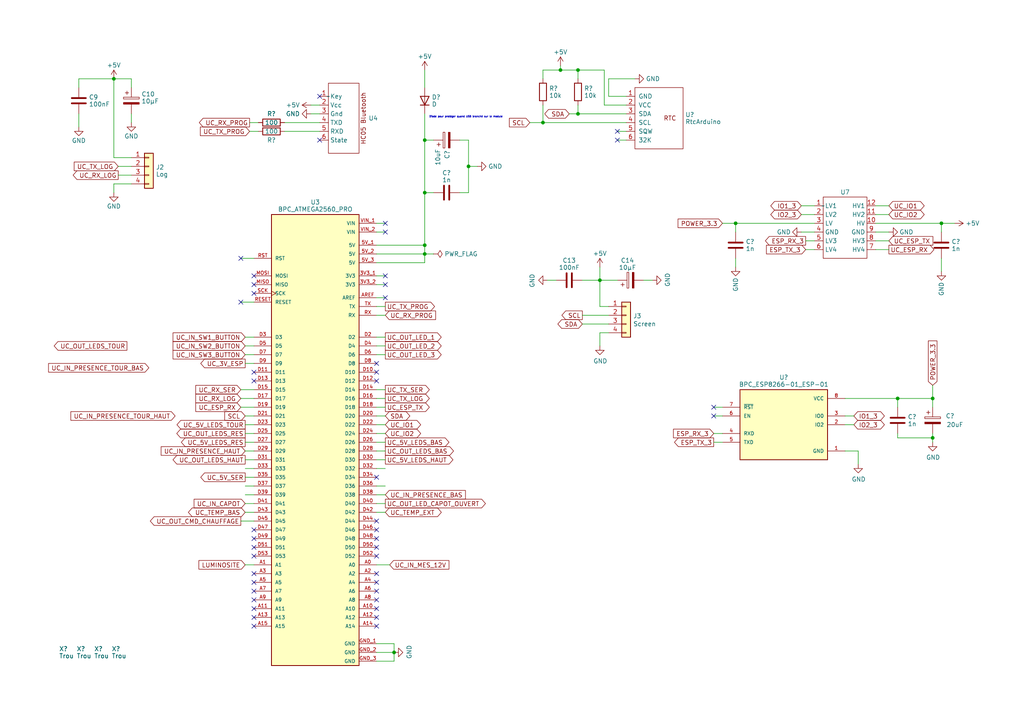
<source format=kicad_sch>
(kicad_sch (version 20230121) (generator eeschema)
  (paper "A4")
  (title_block (title "Cabane à Minou") (rev "B0") (company "BPC") (comment 1 "2 capteurs de température / 3 entrées détecteur de mouvement") (comment 2 "Wifi / Luminosité / RTC") (comment 3 "4 sorties Strip LEDs (Avec Alim. 5V pilotable)") (comment 4 "Alimentation 12V / 1 sortie 12V commutable"))
  (lib_symbols
    (symbol "Connector_Generic:Conn_01x04" (pin_names (offset 1.016) hide)
      (property "Reference" "J" (at 0 5.08 0))
      (property "Value" "Conn_01x04" (at 0 -7.62 0))
      (symbol "Conn_01x04_1_1"
        (rectangle (start -1.27 -4.953) (end 0 -5.207) (stroke (width 0.1524)))
        (rectangle (start -1.27 -2.413) (end 0 -2.667) (stroke (width 0.1524)))
        (rectangle (start -1.27 0.127) (end 0 -0.127) (stroke (width 0.1524)))
        (rectangle (start -1.27 2.667) (end 0 2.413) (stroke (width 0.1524)))
        (rectangle (start -1.27 3.81) (end 1.27 -6.35) (stroke (width 0.254)) (fill (type background)))
        (pin passive line (at -5.08 2.54 0) (length 3.81) (name "Pin_1") (number "1"))
        (pin passive line (at -5.08 0 0) (length 3.81) (name "Pin_2") (number "2"))
        (pin passive line (at -5.08 -2.54 0) (length 3.81) (name "Pin_3") (number "3"))
        (pin passive line (at -5.08 -5.08 0) (length 3.81) (name "Pin_4") (number "4"))
      )
    )
    (symbol "Device:C" (pin_numbers hide) (pin_names (offset 0.254))
      (property "Reference" "C" (at 0.635 2.54 0))
      (property "Value" "C" (at 0.635 -2.54 0))
      (symbol "C_0_1"
        (polyline (pts (xy -2.032 -0.762) (xy 2.032 -0.762)) (stroke (width 0.508)))
        (polyline (pts (xy -2.032 0.762) (xy 2.032 0.762)) (stroke (width 0.508)))
      )
      (symbol "C_1_1"
        (pin passive line (at 0 3.81 270) (length 2.794) (name "~") (number "1"))
        (pin passive line (at 0 -3.81 90) (length 2.794) (name "~") (number "2"))
      )
    )
    (symbol "Device:C_Polarized" (pin_numbers hide) (pin_names (offset 0.254))
      (property "Reference" "C" (at 0.635 2.54 0))
      (property "Value" "C_Polarized" (at 0.635 -2.54 0))
      (symbol "C_Polarized_0_1"
        (rectangle (start -2.286 0.508) (end 2.286 1.016))
        (polyline (pts (xy -1.778 2.286) (xy -0.762 2.286)))
        (polyline (pts (xy -1.27 2.794) (xy -1.27 1.778)))
        (rectangle (start 2.286 -0.508) (end -2.286 -1.016) (fill (type outline)))
      )
      (symbol "C_Polarized_1_1"
        (pin passive line (at 0 3.81 270) (length 2.794) (name "~") (number "1"))
        (pin passive line (at 0 -3.81 90) (length 2.794) (name "~") (number "2"))
      )
    )
    (symbol "Device:D" (pin_numbers hide) (pin_names (offset 1.016) hide)
      (property "Reference" "D" (at 0 2.54 0))
      (property "Value" "D" (at 0 -2.54 0))
      (symbol "D_0_1"
        (polyline (pts (xy -1.27 1.27) (xy -1.27 -1.27)) (stroke (width 0.254)))
        (polyline (pts (xy 1.27 0) (xy -1.27 0)))
        (polyline (pts (xy 1.27 1.27) (xy 1.27 -1.27) (xy -1.27 0) (xy 1.27 1.27)) (stroke (width 0.254)))
      )
      (symbol "D_1_1"
        (pin passive line (at -3.81 0 0) (length 2.54) (name "K") (number "1"))
        (pin passive line (at 3.81 0 180) (length 2.54) (name "A") (number "2"))
      )
    )
    (symbol "Device:R" (pin_numbers hide) (pin_names (offset 0))
      (property "Reference" "R" (at 2.032 0 90))
      (property "Value" "R" (at 0 0 90))
      (symbol "R_0_1"
        (rectangle (start -1.016 -2.54) (end 1.016 2.54) (stroke (width 0.254)))
      )
      (symbol "R_1_1"
        (pin passive line (at 0 3.81 270) (length 1.27) (name "~") (number "1"))
        (pin passive line (at 0 -3.81 90) (length 1.27) (name "~") (number "2"))
      )
    )
    (symbol "bpc:BPC_ATMEGA2560_PRO" (pin_names (offset 1.016))
      (property "Reference" "U" (at -12.7 63.5 0))
      (property "Value" "BPC_ATMEGA2560_PRO" (at -12.7 -69.85 0))
      (symbol "BPC_ATMEGA2560_PRO_0_0"
        (rectangle (start -12.7 63.5) (end 12.7 -67.31) (stroke (width 0.254)) (fill (type background)))
        (pin power_in line (at 17.78 45.72 180) (length 5.08) (name "3V3") (number "3V3_1"))
        (pin power_in line (at 17.78 43.18 180) (length 5.08) (name "3V3") (number "3V3_2"))
        (pin power_in line (at 17.78 54.61 180) (length 5.08) (name "5V") (number "5V_1"))
        (pin power_in line (at 17.78 52.07 180) (length 5.08) (name "5V") (number "5V_2"))
        (pin power_in line (at 17.78 49.53 180) (length 5.08) (name "5V") (number "5V_3"))
        (pin bidirectional line (at 17.78 -38.1 180) (length 5.08) (name "A0") (number "A0"))
        (pin bidirectional line (at -17.78 -38.1 0) (length 5.08) (name "A1") (number "A1"))
        (pin bidirectional line (at 17.78 -50.8 180) (length 5.08) (name "A10") (number "A10"))
        (pin bidirectional line (at -17.78 -50.8 0) (length 5.08) (name "A11") (number "A11"))
        (pin bidirectional line (at 17.78 -53.34 180) (length 5.08) (name "A12") (number "A12"))
        (pin bidirectional line (at -17.78 -53.34 0) (length 5.08) (name "A13") (number "A13"))
        (pin bidirectional line (at 17.78 -55.88 180) (length 5.08) (name "A14") (number "A14"))
        (pin bidirectional line (at -17.78 -55.88 0) (length 5.08) (name "A15") (number "A15"))
        (pin bidirectional line (at 17.78 -40.64 180) (length 5.08) (name "A2") (number "A2"))
        (pin bidirectional line (at -17.78 -40.64 0) (length 5.08) (name "A3") (number "A3"))
        (pin bidirectional line (at 17.78 -43.18 180) (length 5.08) (name "A4") (number "A4"))
        (pin bidirectional line (at -17.78 -43.18 0) (length 5.08) (name "A5") (number "A5"))
        (pin bidirectional line (at 17.78 -45.72 180) (length 5.08) (name "A6") (number "A6"))
        (pin bidirectional line (at -17.78 -45.72 0) (length 5.08) (name "A7") (number "A7"))
        (pin bidirectional line (at 17.78 -48.26 180) (length 5.08) (name "A8") (number "A8"))
        (pin bidirectional line (at -17.78 -48.26 0) (length 5.08) (name "A9") (number "A9"))
        (pin bidirectional line (at 17.78 39.37 180) (length 5.08) (name "AREF") (number "AREF"))
        (pin bidirectional line (at 17.78 17.78 180) (length 5.08) (name "D10") (number "D10"))
        (pin bidirectional line (at -17.78 17.78 0) (length 5.08) (name "D11") (number "D11"))
        (pin bidirectional line (at 17.78 15.24 180) (length 5.08) (name "D12") (number "D12"))
        (pin bidirectional line (at -17.78 15.24 0) (length 5.08) (name "D13") (number "D13"))
        (pin bidirectional line (at 17.78 12.7 180) (length 5.08) (name "D14") (number "D14"))
        (pin bidirectional line (at -17.78 12.7 0) (length 5.08) (name "D15") (number "D15"))
        (pin bidirectional line (at 17.78 10.16 180) (length 5.08) (name "D16") (number "D16"))
        (pin bidirectional line (at -17.78 10.16 0) (length 5.08) (name "D17") (number "D17"))
        (pin bidirectional line (at 17.78 7.62 180) (length 5.08) (name "D18") (number "D18"))
        (pin bidirectional line (at -17.78 7.62 0) (length 5.08) (name "D19") (number "D19"))
        (pin bidirectional line (at 17.78 27.94 180) (length 5.08) (name "D2") (number "D2"))
        (pin bidirectional line (at 17.78 5.08 180) (length 5.08) (name "D20") (number "D20"))
        (pin bidirectional line (at -17.78 5.08 0) (length 5.08) (name "D21") (number "D21"))
        (pin bidirectional line (at 17.78 2.54 180) (length 5.08) (name "D22") (number "D22"))
        (pin bidirectional line (at -17.78 2.54 0) (length 5.08) (name "D23") (number "D23"))
        (pin bidirectional line (at 17.78 0 180) (length 5.08) (name "D24") (number "D24"))
        (pin bidirectional line (at -17.78 0 0) (length 5.08) (name "D25") (number "D25"))
        (pin bidirectional line (at 17.78 -2.54 180) (length 5.08) (name "D26") (number "D26"))
        (pin bidirectional line (at -17.78 -2.54 0) (length 5.08) (name "D27") (number "D27"))
        (pin bidirectional line (at 17.78 -5.08 180) (length 5.08) (name "D28") (number "D28"))
        (pin bidirectional line (at -17.78 -5.08 0) (length 5.08) (name "D29") (number "D29"))
        (pin bidirectional line (at -17.78 27.94 0) (length 5.08) (name "D3") (number "D3"))
        (pin bidirectional line (at 17.78 -7.62 180) (length 5.08) (name "D30") (number "D30"))
        (pin bidirectional line (at -17.78 -7.62 0) (length 5.08) (name "D31") (number "D31"))
        (pin bidirectional line (at 17.78 -10.16 180) (length 5.08) (name "D32") (number "D32"))
        (pin bidirectional line (at -17.78 -10.16 0) (length 5.08) (name "D33") (number "D33"))
        (pin bidirectional line (at 17.78 -12.7 180) (length 5.08) (name "D34") (number "D34"))
        (pin bidirectional line (at -17.78 -12.7 0) (length 5.08) (name "D35") (number "D35"))
        (pin bidirectional line (at 17.78 -15.24 180) (length 5.08) (name "D36") (number "D36"))
        (pin bidirectional line (at -17.78 -15.24 0) (length 5.08) (name "D37") (number "D37"))
        (pin bidirectional line (at 17.78 -17.78 180) (length 5.08) (name "D38") (number "D38"))
        (pin bidirectional line (at -17.78 -17.78 0) (length 5.08) (name "D39") (number "D39"))
        (pin bidirectional line (at 17.78 25.4 180) (length 5.08) (name "D4") (number "D4"))
        (pin bidirectional line (at 17.78 -20.32 180) (length 5.08) (name "D40") (number "D40"))
        (pin bidirectional line (at -17.78 -20.32 0) (length 5.08) (name "D41") (number "D41"))
        (pin bidirectional line (at 17.78 -22.86 180) (length 5.08) (name "D42") (number "D42"))
        (pin bidirectional line (at -17.78 -22.86 0) (length 5.08) (name "D43") (number "D43"))
        (pin bidirectional line (at 17.78 -25.4 180) (length 5.08) (name "D44") (number "D44"))
        (pin bidirectional line (at -17.78 -25.4 0) (length 5.08) (name "D45") (number "D45"))
        (pin bidirectional line (at 17.78 -27.94 180) (length 5.08) (name "D46") (number "D46"))
        (pin bidirectional line (at -17.78 -27.94 0) (length 5.08) (name "D47") (number "D47"))
        (pin bidirectional line (at 17.78 -30.48 180) (length 5.08) (name "D48") (number "D48"))
        (pin bidirectional line (at -17.78 -30.48 0) (length 5.08) (name "D49") (number "D49"))
        (pin bidirectional line (at -17.78 25.4 0) (length 5.08) (name "D5") (number "D5"))
        (pin bidirectional line (at 17.78 -33.02 180) (length 5.08) (name "D50") (number "D50"))
        (pin bidirectional line (at -17.78 -33.02 0) (length 5.08) (name "D51") (number "D51"))
        (pin bidirectional line (at 17.78 -35.56 180) (length 5.08) (name "D52") (number "D52"))
        (pin bidirectional line (at -17.78 -35.56 0) (length 5.08) (name "D53") (number "D53"))
        (pin bidirectional line (at 17.78 22.86 180) (length 5.08) (name "D6") (number "D6"))
        (pin bidirectional line (at -17.78 22.86 0) (length 5.08) (name "D7") (number "D7"))
        (pin bidirectional line (at 17.78 20.32 180) (length 5.08) (name "D8") (number "D8"))
        (pin bidirectional line (at -17.78 20.32 0) (length 5.08) (name "D9") (number "D9"))
        (pin power_in line (at 17.78 -60.96 180) (length 5.08) (name "GND") (number "GND_1"))
        (pin power_in line (at 17.78 -63.5 180) (length 5.08) (name "GND") (number "GND_2"))
        (pin power_in line (at 17.78 -66.04 180) (length 5.08) (name "GND") (number "GND_3"))
        (pin bidirectional line (at -17.78 43.18 0) (length 5.08) (name "MISO") (number "MISO"))
        (pin bidirectional line (at -17.78 45.72 0) (length 5.08) (name "MOSI") (number "MOSI"))
        (pin input line (at -17.78 38.1 0) (length 5.08) (name "RESET") (number "RESET"))
        (pin input line (at -17.78 50.8 0) (length 5.08) (name "RST") (number "RST"))
        (pin input line (at 17.78 34.29 180) (length 5.08) (name "RX") (number "RX"))
        (pin bidirectional clock (at -17.78 40.64 0) (length 5.08) (name "SCK") (number "SCK"))
        (pin output line (at 17.78 36.83 180) (length 5.08) (name "TX") (number "TX"))
        (pin power_in line (at 17.78 60.96 180) (length 5.08) (name "VIN") (number "VIN_1"))
        (pin power_in line (at 17.78 58.42 180) (length 5.08) (name "VIN") (number "VIN_2"))
      )
    )
    (symbol "bpc:BPC_ESP8266-01_ESP-01" (pin_names (offset 1.016))
      (property "Reference" "U" (at -12.7 10.668 0))
      (property "Value" "BPC_ESP8266-01_ESP-01" (at -12.7254 -12.7254 0))
      (symbol "BPC_ESP8266-01_ESP-01_0_0"
        (rectangle (start -12.7 -10.16) (end 12.7 10.16) (stroke (width 0.254)) (fill (type background)))
        (pin power_in line (at 17.78 -7.62 180) (length 5.08) (name "GND") (number "1"))
        (pin bidirectional line (at 17.78 0 180) (length 5.08) (name "IO2") (number "2"))
        (pin bidirectional line (at 17.78 2.54 180) (length 5.08) (name "IO0") (number "3"))
        (pin input line (at -17.78 -2.54 0) (length 5.08) (name "RXD") (number "4"))
        (pin output line (at -17.78 -5.08 0) (length 5.08) (name "TXD") (number "5"))
        (pin input line (at -17.78 2.54 0) (length 5.08) (name "EN") (number "6"))
        (pin input line (at -17.78 5.08 0) (length 5.08) (name "~{RST}") (number "7"))
        (pin power_in line (at 17.78 7.62 180) (length 5.08) (name "VCC") (number "8"))
      )
    )
    (symbol "bpc:BPC_HC05_BLUETOOTH"
      (property "Reference" "U" (at 2.54 5.08 0))
      (symbol "BPC_HC05_BLUETOOTH_0_1"
        (rectangle (start 0 3.81) (end 8.89 -16.51))
      )
      (symbol "BPC_HC05_BLUETOOTH_1_1"
        (text "HC05 Bluetooth" (at 10.16 -6.35 900) (effects (font (size 1.27 1.27))))
        (pin input line (at -2.54 0 0) (length 2.54) (name "Key") (number "1"))
        (pin power_in line (at -2.54 -2.54 0) (length 2.54) (name "Vcc") (number "2"))
        (pin power_in line (at -2.54 -5.08 0) (length 2.54) (name "Gnd") (number "3"))
        (pin output line (at -2.54 -7.62 0) (length 2.54) (name "TXD") (number "4"))
        (pin input line (at -2.54 -10.16 0) (length 2.54) (name "RXD") (number "5"))
        (pin output line (at -2.54 -12.7 0) (length 2.54) (name "State") (number "6"))
      )
    )
    (symbol "bpc:BPC_LVLCONV_5_33"
      (property "Reference" "U" (at 1.27 3.81 0))
      (symbol "BPC_LVLCONV_5_33_0_1"
        (rectangle (start 0 2.54) (end 12.7 -15.24))
      )
      (symbol "BPC_LVLCONV_5_33_1_1"
        (pin bidirectional line (at -2.54 0 0) (length 2.54) (name "LV1") (number "1"))
        (pin bidirectional line (at 15.24 -5.08 180) (length 2.54) (name "HV") (number "10"))
        (pin bidirectional line (at 15.24 -2.54 180) (length 2.54) (name "HV2") (number "11"))
        (pin bidirectional line (at 15.24 0 180) (length 2.54) (name "HV1") (number "12"))
        (pin bidirectional line (at -2.54 -2.54 0) (length 2.54) (name "LV2") (number "2"))
        (pin bidirectional line (at -2.54 -5.08 0) (length 2.54) (name "LV") (number "3"))
        (pin bidirectional line (at -2.54 -7.62 0) (length 2.54) (name "GND") (number "4"))
        (pin bidirectional line (at -2.54 -10.16 0) (length 2.54) (name "LV3") (number "5"))
        (pin bidirectional line (at -2.54 -12.7 0) (length 2.54) (name "LV4") (number "6"))
        (pin bidirectional line (at 15.24 -12.7 180) (length 2.54) (name "HV4") (number "7"))
        (pin bidirectional line (at 15.24 -10.16 180) (length 2.54) (name "HV3") (number "8"))
        (pin bidirectional line (at 15.24 -7.62 180) (length 2.54) (name "GND") (number "9"))
      )
    )
    (symbol "bpc:BPC_TROU"
      (property "Reference" "X" (at 0 0 0))
      (property "Value" "Trou" (at 0 -1.27 0))
    )
    (symbol "bpc:RtcArduino" (pin_names (offset 1.016))
      (property "Reference" "U" (at 1.27 3.81 0))
      (property "Value" "RtcArduino" (at 5.08 1.27 0))
      (symbol "RtcArduino_0_0"
        (text "RTC" (at 10.16 -8.89 0) (effects (font (size 1.27 1.27))))
      )
      (symbol "RtcArduino_0_1"
        (rectangle (start 0 -17.78) (end 13.97 0))
      )
      (symbol "RtcArduino_1_1"
        (pin power_in line (at -2.54 -2.54 0) (length 2.54) (name "GND") (number "1"))
        (pin power_in line (at -2.54 -5.08 0) (length 2.54) (name "VCC") (number "2"))
        (pin bidirectional line (at -2.54 -7.62 0) (length 2.54) (name "SDA") (number "3"))
        (pin input line (at -2.54 -10.16 0) (length 2.54) (name "SCL") (number "4"))
        (pin unspecified line (at -2.54 -12.7 0) (length 2.54) (name "SQW") (number "5"))
        (pin unspecified line (at -2.54 -15.24 0) (length 2.54) (name "32K") (number "6"))
      )
    )
    (symbol "power:+5V" (power) (pin_names (offset 0))
      (property "Value" "+5V" (at 0 3.556 0))
      (symbol "+5V_0_1"
        (polyline (pts (xy -0.762 1.27) (xy 0 2.54)))
        (polyline (pts (xy 0 0) (xy 0 2.54)))
        (polyline (pts (xy 0 2.54) (xy 0.762 1.27)))
      )
      (symbol "+5V_1_1"
        (pin power_in line (at 0 0 90) (length 0) hide (name "+5V") (number "1"))
      )
    )
    (symbol "power:GND" (power) (pin_names (offset 0))
      (property "Value" "GND" (at 0 -3.81 0))
      (symbol "GND_0_1"
        (polyline (pts (xy 0 0) (xy 0 -1.27) (xy 1.27 -1.27) (xy 0 -2.54) (xy -1.27 -1.27) (xy 0 -1.27)))
      )
      (symbol "GND_1_1"
        (pin power_in line (at 0 0 270) (length 0) hide (name "GND") (number "1"))
      )
    )
    (symbol "power:PWR_FLAG" (power) (pin_numbers hide) (pin_names (offset 0) hide)
      (property "Value" "PWR_FLAG" (at 0 3.81 0))
      (symbol "PWR_FLAG_0_0"
        (pin power_out line (at 0 0 90) (length 0) (name "pwr") (number "1"))
      )
      (symbol "PWR_FLAG_0_1"
        (polyline (pts (xy 0 0) (xy 0 1.27) (xy -1.016 1.905) (xy 0 2.54) (xy 1.016 1.905) (xy 0 1.27)))
      )
    )
  )
  (junction (at 33.02 22.86))
  (junction (at 270.51 127))
  (junction (at 123.19 55.88))
  (junction (at 123.19 73.66))
  (junction (at 162.56 20.32))
  (junction (at 270.51 115.57))
  (junction (at 114.3 189.23))
  (junction (at 123.19 40.64))
  (junction (at 273.05 64.77))
  (junction (at 123.19 71.12))
  (junction (at 167.64 20.32))
  (junction (at 173.99 81.28))
  (junction (at 213.36 64.77))
  (junction (at 135.89 48.26))
  (junction (at 157.48 35.56))
  (junction (at 260.35 115.57))
  (junction (at 167.64 33.02))
  (no_connect (at 109.22 138.43))
  (no_connect (at 73.66 153.67))
  (no_connect (at 109.22 156.21))
  (no_connect (at 109.22 153.67))
  (no_connect (at 109.22 158.75))
  (no_connect (at 109.22 105.41))
  (no_connect (at 109.22 166.37))
  (no_connect (at 73.66 107.95))
  (no_connect (at 109.22 168.91))
  (no_connect (at 73.66 110.49))
  (no_connect (at 69.85 74.93))
  (no_connect (at 73.66 158.75))
  (no_connect (at 73.66 156.21))
  (no_connect (at 179.07 40.64))
  (no_connect (at 73.66 166.37))
  (no_connect (at 73.66 181.61))
  (no_connect (at 109.22 176.53))
  (no_connect (at 73.66 80.01))
  (no_connect (at 109.22 179.07))
  (no_connect (at 73.66 168.91))
  (no_connect (at 111.76 86.36))
  (no_connect (at 69.85 87.63))
  (no_connect (at 73.66 161.29))
  (no_connect (at 73.66 85.09))
  (no_connect (at 109.22 151.13))
  (no_connect (at 109.22 107.95))
  (no_connect (at 111.76 64.77))
  (no_connect (at 111.76 82.55))
  (no_connect (at 73.66 82.55))
  (no_connect (at 179.07 38.1))
  (no_connect (at 73.66 171.45))
  (no_connect (at 73.66 176.53))
  (no_connect (at 207.01 118.11))
  (no_connect (at 109.22 110.49))
  (no_connect (at 92.71 40.64))
  (no_connect (at 73.66 179.07))
  (no_connect (at 207.01 120.65))
  (no_connect (at 111.76 80.01))
  (no_connect (at 109.22 181.61))
  (no_connect (at 109.22 173.99))
  (no_connect (at 92.71 27.94))
  (no_connect (at 109.22 171.45))
  (no_connect (at 109.22 161.29))
  (no_connect (at 73.66 173.99))
  (no_connect (at 111.76 67.31))
  (wire (pts (xy 232.41 62.23) (xy 236.22 62.23)))
  (wire (pts (xy 109.22 82.55) (xy 111.76 82.55)))
  (wire (pts (xy 270.51 111.76) (xy 270.51 115.57)))
  (wire (pts (xy 109.22 80.01) (xy 111.76 80.01)))
  (wire (pts (xy 109.22 100.33) (xy 111.76 100.33)))
  (wire (pts (xy 162.56 20.32) (xy 162.56 19.05)))
  (wire (pts (xy 260.35 115.57) (xy 260.35 118.11)))
  (wire (pts (xy 173.99 81.28) (xy 179.07 81.28)))
  (wire (pts (xy 232.41 67.31) (xy 236.22 67.31)))
  (wire (pts (xy 260.35 125.73) (xy 260.35 127)))
  (wire (pts (xy 33.02 53.34) (xy 38.1 53.34)))
  (wire (pts (xy 260.35 115.57) (xy 270.51 115.57)))
  (wire (pts (xy 273.05 64.77) (xy 276.86 64.77)))
  (wire (pts (xy 22.86 33.02) (xy 22.86 36.83)))
  (wire (pts (xy 33.02 22.86) (xy 38.1 22.86)))
  (wire (pts (xy 176.53 88.9) (xy 173.99 88.9)))
  (wire (pts (xy 207.01 118.11) (xy 209.55 118.11)))
  (wire (pts (xy 71.12 100.33) (xy 73.66 100.33)))
  (wire (pts (xy 179.07 40.64) (xy 181.61 40.64)))
  (wire (pts (xy 109.22 115.57) (xy 111.76 115.57)))
  (wire (pts (xy 71.12 102.87) (xy 73.66 102.87)))
  (wire (pts (xy 71.12 97.79) (xy 73.66 97.79)))
  (wire (pts (xy 33.02 55.88) (xy 33.02 53.34)))
  (wire (pts (xy 71.12 135.89) (xy 73.66 135.89)))
  (wire (pts (xy 181.61 27.94) (xy 176.53 27.94)))
  (wire (pts (xy 207.01 120.65) (xy 209.55 120.65)))
  (wire (pts (xy 173.99 88.9) (xy 173.99 81.28)))
  (wire (pts (xy 213.36 64.77) (xy 236.22 64.77)))
  (wire (pts (xy 71.12 123.19) (xy 73.66 123.19)))
  (wire (pts (xy 109.22 130.81) (xy 111.76 130.81)))
  (wire (pts (xy 123.19 55.88) (xy 123.19 71.12)))
  (wire (pts (xy 22.86 22.86) (xy 33.02 22.86)))
  (wire (pts (xy 207.01 128.27) (xy 209.55 128.27)))
  (wire (pts (xy 181.61 33.02) (xy 167.64 33.02)))
  (wire (pts (xy 254 69.85) (xy 257.81 69.85)))
  (wire (pts (xy 245.11 120.65) (xy 247.65 120.65)))
  (wire (pts (xy 33.02 45.72) (xy 38.1 45.72)))
  (wire (pts (xy 82.55 35.56) (xy 92.71 35.56)))
  (wire (pts (xy 109.22 133.35) (xy 111.76 133.35)))
  (wire (pts (xy 176.53 91.44) (xy 168.91 91.44)))
  (wire (pts (xy 173.99 81.28) (xy 173.99 77.47)))
  (wire (pts (xy 109.22 71.12) (xy 123.19 71.12)))
  (wire (pts (xy 109.22 135.89) (xy 111.76 135.89)))
  (wire (pts (xy 109.22 189.23) (xy 114.3 189.23)))
  (wire (pts (xy 123.19 55.88) (xy 125.73 55.88)))
  (wire (pts (xy 123.19 20.32) (xy 123.19 25.4)))
  (wire (pts (xy 33.02 22.86) (xy 33.02 45.72)))
  (wire (pts (xy 109.22 163.83) (xy 113.03 163.83)))
  (wire (pts (xy 176.53 27.94) (xy 176.53 22.86)))
  (wire (pts (xy 109.22 102.87) (xy 111.76 102.87)))
  (wire (pts (xy 71.12 148.59) (xy 73.66 148.59)))
  (wire (pts (xy 175.26 20.32) (xy 167.64 20.32)))
  (wire (pts (xy 109.22 140.97) (xy 111.76 140.97)))
  (wire (pts (xy 157.48 35.56) (xy 181.61 35.56)))
  (wire (pts (xy 165.1 33.02) (xy 167.64 33.02)))
  (wire (pts (xy 254 59.69) (xy 257.81 59.69)))
  (wire (pts (xy 245.11 123.19) (xy 247.65 123.19)))
  (wire (pts (xy 34.29 48.26) (xy 38.1 48.26)))
  (wire (pts (xy 69.85 118.11) (xy 73.66 118.11)))
  (wire (pts (xy 273.05 74.93) (xy 273.05 78.74)))
  (wire (pts (xy 207.01 125.73) (xy 209.55 125.73)))
  (wire (pts (xy 71.12 105.41) (xy 73.66 105.41)))
  (wire (pts (xy 175.26 30.48) (xy 175.26 20.32)))
  (wire (pts (xy 157.48 20.32) (xy 162.56 20.32)))
  (wire (pts (xy 90.17 33.02) (xy 92.71 33.02)))
  (wire (pts (xy 69.85 151.13) (xy 73.66 151.13)))
  (wire (pts (xy 109.22 128.27) (xy 111.76 128.27)))
  (wire (pts (xy 123.19 76.2) (xy 123.19 73.66)))
  (wire (pts (xy 123.19 40.64) (xy 125.73 40.64)))
  (wire (pts (xy 38.1 22.86) (xy 38.1 25.4)))
  (wire (pts (xy 71.12 140.97) (xy 73.66 140.97)))
  (wire (pts (xy 273.05 64.77) (xy 273.05 67.31)))
  (wire (pts (xy 109.22 143.51) (xy 111.76 143.51)))
  (wire (pts (xy 71.12 163.83) (xy 73.66 163.83)))
  (wire (pts (xy 153.67 35.56) (xy 157.48 35.56)))
  (wire (pts (xy 109.22 88.9) (xy 111.76 88.9)))
  (wire (pts (xy 69.85 115.57) (xy 73.66 115.57)))
  (wire (pts (xy 109.22 67.31) (xy 111.76 67.31)))
  (wire (pts (xy 233.68 69.85) (xy 236.22 69.85)))
  (wire (pts (xy 109.22 125.73) (xy 111.76 125.73)))
  (wire (pts (xy 254 62.23) (xy 257.81 62.23)))
  (wire (pts (xy 213.36 74.93) (xy 213.36 77.47)))
  (wire (pts (xy 109.22 97.79) (xy 111.76 97.79)))
  (wire (pts (xy 69.85 113.03) (xy 73.66 113.03)))
  (wire (pts (xy 254 67.31) (xy 257.81 67.31)))
  (wire (pts (xy 179.07 38.1) (xy 181.61 38.1)))
  (wire (pts (xy 270.51 127) (xy 270.51 128.27)))
  (wire (pts (xy 167.64 20.32) (xy 167.64 22.86)))
  (wire (pts (xy 109.22 146.05) (xy 111.76 146.05)))
  (wire (pts (xy 69.85 87.63) (xy 73.66 87.63)))
  (wire (pts (xy 158.75 81.28) (xy 161.29 81.28)))
  (wire (pts (xy 71.12 130.81) (xy 73.66 130.81)))
  (wire (pts (xy 168.91 93.98) (xy 176.53 93.98)))
  (wire (pts (xy 71.12 128.27) (xy 73.66 128.27)))
  (wire (pts (xy 71.12 138.43) (xy 73.66 138.43)))
  (wire (pts (xy 167.64 20.32) (xy 162.56 20.32)))
  (wire (pts (xy 245.11 115.57) (xy 260.35 115.57)))
  (wire (pts (xy 176.53 96.52) (xy 173.99 96.52)))
  (wire (pts (xy 176.53 22.86) (xy 184.15 22.86)))
  (wire (pts (xy 82.55 38.1) (xy 92.71 38.1)))
  (wire (pts (xy 135.89 48.26) (xy 138.43 48.26)))
  (wire (pts (xy 209.55 64.77) (xy 213.36 64.77)))
  (wire (pts (xy 135.89 48.26) (xy 135.89 55.88)))
  (wire (pts (xy 90.17 30.48) (xy 92.71 30.48)))
  (wire (pts (xy 109.22 73.66) (xy 123.19 73.66)))
  (wire (pts (xy 260.35 127) (xy 270.51 127)))
  (wire (pts (xy 254 64.77) (xy 273.05 64.77)))
  (wire (pts (xy 114.3 186.69) (xy 114.3 189.23)))
  (wire (pts (xy 109.22 118.11) (xy 111.76 118.11)))
  (wire (pts (xy 72.39 38.1) (xy 74.93 38.1)))
  (wire (pts (xy 168.91 81.28) (xy 173.99 81.28)))
  (wire (pts (xy 173.99 96.52) (xy 173.99 100.33)))
  (wire (pts (xy 109.22 91.44) (xy 111.76 91.44)))
  (wire (pts (xy 114.3 189.23) (xy 114.3 191.77)))
  (wire (pts (xy 72.39 35.56) (xy 74.93 35.56)))
  (wire (pts (xy 254 72.39) (xy 257.81 72.39)))
  (wire (pts (xy 135.89 40.64) (xy 135.89 48.26)))
  (wire (pts (xy 22.86 25.4) (xy 22.86 22.86)))
  (wire (pts (xy 109.22 186.69) (xy 114.3 186.69)))
  (wire (pts (xy 71.12 125.73) (xy 73.66 125.73)))
  (wire (pts (xy 109.22 64.77) (xy 111.76 64.77)))
  (wire (pts (xy 270.51 115.57) (xy 270.51 118.11)))
  (wire (pts (xy 123.19 55.88) (xy 123.19 40.64)))
  (wire (pts (xy 123.19 73.66) (xy 125.73 73.66)))
  (wire (pts (xy 109.22 123.19) (xy 111.76 123.19)))
  (wire (pts (xy 109.22 113.03) (xy 111.76 113.03)))
  (wire (pts (xy 248.92 130.81) (xy 248.92 134.62)))
  (wire (pts (xy 123.19 33.02) (xy 123.19 40.64)))
  (wire (pts (xy 186.69 81.28) (xy 189.23 81.28)))
  (wire (pts (xy 71.12 143.51) (xy 73.66 143.51)))
  (wire (pts (xy 71.12 120.65) (xy 73.66 120.65)))
  (wire (pts (xy 167.64 33.02) (xy 167.64 30.48)))
  (wire (pts (xy 109.22 148.59) (xy 111.76 148.59)))
  (wire (pts (xy 71.12 146.05) (xy 73.66 146.05)))
  (wire (pts (xy 135.89 55.88) (xy 133.35 55.88)))
  (wire (pts (xy 157.48 22.86) (xy 157.48 20.32)))
  (wire (pts (xy 213.36 64.77) (xy 213.36 67.31)))
  (wire (pts (xy 109.22 120.65) (xy 111.76 120.65)))
  (wire (pts (xy 34.29 50.8) (xy 38.1 50.8)))
  (wire (pts (xy 109.22 86.36) (xy 111.76 86.36)))
  (wire (pts (xy 114.3 191.77) (xy 109.22 191.77)))
  (wire (pts (xy 69.85 74.93) (xy 73.66 74.93)))
  (wire (pts (xy 133.35 40.64) (xy 135.89 40.64)))
  (wire (pts (xy 38.1 33.02) (xy 38.1 35.56)))
  (wire (pts (xy 157.48 30.48) (xy 157.48 35.56)))
  (wire (pts (xy 109.22 76.2) (xy 123.19 76.2)))
  (wire (pts (xy 71.12 133.35) (xy 73.66 133.35)))
  (wire (pts (xy 123.19 73.66) (xy 123.19 71.12)))
  (wire (pts (xy 181.61 30.48) (xy 175.26 30.48)))
  (wire (pts (xy 270.51 127) (xy 270.51 125.73)))
  (wire (pts (xy 232.41 59.69) (xy 236.22 59.69)))
  (wire (pts (xy 245.11 130.81) (xy 248.92 130.81)))
  (wire (pts (xy 233.68 72.39) (xy 236.22 72.39)))
  (text "Diode pour protéger quand USB branché sur le module" (at 124.46 34.29 0) (effects (font (size 0.5 0.5)) (justify left bottom)))
  (global_label "UC_OUT_LEDS_TOUR" (shape output) (at 36.83 100.33 180) (property "Intersheetrefs" "${INTERSHEET_REFS}" (effects hide)))
  (global_label "UC_RX_PROG" (shape input) (at 111.76 91.44 0) (property "Intersheetrefs" "${INTERSHEET_REFS}" (effects hide)))
  (global_label "UC_IN_SW1_BUTTON" (shape input) (at 71.12 97.79 180) (property "Intersheetrefs" "${INTERSHEET_REFS}" (effects hide)))
  (global_label "UC_5V_LEDS_BAS" (shape output) (at 111.76 128.27 0) (property "Intersheetrefs" "${INTERSHEET_REFS}" (effects hide)))
  (global_label "UC_IN_CAPOT" (shape input) (at 71.12 146.05 180) (property "Intersheetrefs" "${INTERSHEET_REFS}" (effects hide)))
  (global_label "UC_IO1" (shape bidirectional) (at 111.76 123.19 0) (property "Intersheetrefs" "${INTERSHEET_REFS}" (effects hide)))
  (global_label "UC_ESP_TX" (shape output) (at 111.76 118.11 0) (property "Intersheetrefs" "${INTERSHEET_REFS}" (effects hide)))
  (global_label "IO2_3" (shape bidirectional) (at 247.65 123.19 0) (property "Intersheetrefs" "${INTERSHEET_REFS}" (effects hide)))
  (global_label "UC_OUT_LED_1" (shape output) (at 111.76 97.79 0) (property "Intersheetrefs" "${INTERSHEET_REFS}" (effects hide)))
  (global_label "LUMINOSITE" (shape input) (at 71.12 163.83 180) (property "Intersheetrefs" "${INTERSHEET_REFS}" (effects hide)))
  (global_label "UC_IO2" (shape bidirectional) (at 111.76 125.73 0) (property "Intersheetrefs" "${INTERSHEET_REFS}" (effects hide)))
  (global_label "IO1_3" (shape bidirectional) (at 247.65 120.65 0) (property "Intersheetrefs" "${INTERSHEET_REFS}" (effects hide)))
  (global_label "UC_TEMP_EXT" (shape bidirectional) (at 111.76 148.59 0) (property "Intersheetrefs" "${INTERSHEET_REFS}" (effects hide)))
  (global_label "UC_5V_LEDS_HAUT" (shape output) (at 111.76 133.35 0) (property "Intersheetrefs" "${INTERSHEET_REFS}" (effects hide)))
  (global_label "UC_RX_LOG" (shape output) (at 34.29 50.8 180) (property "Intersheetrefs" "${INTERSHEET_REFS}" (effects hide)))
  (global_label "UC_OUT_CMD_CHAUFFAGE" (shape output) (at 69.85 151.13 180) (property "Intersheetrefs" "${INTERSHEET_REFS}" (effects hide)))
  (global_label "UC_RX_LOG" (shape input) (at 69.85 115.57 180) (property "Intersheetrefs" "${INTERSHEET_REFS}" (effects hide)))
  (global_label "ESP_RX_3" (shape input) (at 207.01 125.73 180) (property "Intersheetrefs" "${INTERSHEET_REFS}" (effects hide)))
  (global_label "SCL" (shape input) (at 153.67 35.56 180) (property "Intersheetrefs" "${INTERSHEET_REFS}" (effects hide)))
  (global_label "UC_OUT_LEDS_BAS" (shape output) (at 111.76 130.81 0) (property "Intersheetrefs" "${INTERSHEET_REFS}" (effects hide)))
  (global_label "UC_IN_SW2_BUTTON" (shape input) (at 71.12 100.33 180) (property "Intersheetrefs" "${INTERSHEET_REFS}" (effects hide)))
  (global_label "UC_TX_PROG" (shape output) (at 111.76 88.9 0) (property "Intersheetrefs" "${INTERSHEET_REFS}" (effects hide)))
  (global_label "ESP_TX_3" (shape output) (at 207.01 128.27 180) (property "Intersheetrefs" "${INTERSHEET_REFS}" (effects hide)))
  (global_label "UC_IN_PRESENCE_TOUR_BAS" (shape input) (at 43.18 106.68 180) (property "Intersheetrefs" "${INTERSHEET_REFS}" (effects hide)))
  (global_label "SDA" (shape bidirectional) (at 111.76 120.65 0) (property "Intersheetrefs" "${INTERSHEET_REFS}" (effects hide)))
  (global_label "UC_IO1" (shape bidirectional) (at 257.81 59.69 0) (property "Intersheetrefs" "${INTERSHEET_REFS}" (effects hide)))
  (global_label "UC_OUT_LED_3" (shape output) (at 111.76 102.87 0) (property "Intersheetrefs" "${INTERSHEET_REFS}" (effects hide)))
  (global_label "IO1_3" (shape bidirectional) (at 232.41 59.69 180) (property "Intersheetrefs" "${INTERSHEET_REFS}" (effects hide)))
  (global_label "UC_OUT_LEDS_HAUT" (shape output) (at 71.12 133.35 180) (property "Intersheetrefs" "${INTERSHEET_REFS}" (effects hide)))
  (global_label "UC_5V_LEDS_TOUR" (shape output) (at 71.12 123.19 180) (property "Intersheetrefs" "${INTERSHEET_REFS}" (effects hide)))
  (global_label "UC_RX_PROG" (shape output) (at 72.39 35.56 180) (property "Intersheetrefs" "${INTERSHEET_REFS}" (effects hide)))
  (global_label "UC_IN_MES_12V" (shape input) (at 113.03 163.83 0) (property "Intersheetrefs" "${INTERSHEET_REFS}" (effects hide)))
  (global_label "UC_IN_PRESENCE_BAS" (shape input) (at 111.76 143.51 0) (property "Intersheetrefs" "${INTERSHEET_REFS}" (effects hide)))
  (global_label "UC_OUT_LED_CAPOT_OUVERT" (shape output) (at 111.76 146.05 0) (property "Intersheetrefs" "${INTERSHEET_REFS}" (effects hide)))
  (global_label "UC_TX_PROG" (shape input) (at 72.39 38.1 180) (property "Intersheetrefs" "${INTERSHEET_REFS}" (effects hide)))
  (global_label "UC_OUT_LEDS_RES" (shape output) (at 71.12 125.73 180) (property "Intersheetrefs" "${INTERSHEET_REFS}" (effects hide)))
  (global_label "UC_IN_SW3_BUTTON" (shape input) (at 71.12 102.87 180) (property "Intersheetrefs" "${INTERSHEET_REFS}" (effects hide)))
  (global_label "UC_IO2" (shape bidirectional) (at 257.81 62.23 0) (property "Intersheetrefs" "${INTERSHEET_REFS}" (effects hide)))
  (global_label "UC_IN_PRESENCE_TOUR_HAUT" (shape input) (at 50.8 120.65 180) (property "Intersheetrefs" "${INTERSHEET_REFS}" (effects hide)))
  (global_label "POWER_3.3" (shape input) (at 270.51 111.76 90) (property "Intersheetrefs" "${INTERSHEET_REFS}" (effects hide)))
  (global_label "UC_TX_SER" (shape output) (at 111.76 113.03 0) (property "Intersheetrefs" "${INTERSHEET_REFS}" (effects hide)))
  (global_label "SCL" (shape input) (at 71.12 120.65 180) (property "Intersheetrefs" "${INTERSHEET_REFS}" (effects hide)))
  (global_label "UC_ESP_TX" (shape input) (at 257.81 69.85 0) (property "Intersheetrefs" "${INTERSHEET_REFS}" (effects hide)))
  (global_label "ESP_TX_3" (shape input) (at 233.68 72.39 180) (property "Intersheetrefs" "${INTERSHEET_REFS}" (effects hide)))
  (global_label "UC_OUT_LED_2" (shape output) (at 111.76 100.33 0) (property "Intersheetrefs" "${INTERSHEET_REFS}" (effects hide)))
  (global_label "UC_3V_ESP" (shape output) (at 71.12 105.41 180) (property "Intersheetrefs" "${INTERSHEET_REFS}" (effects hide)))
  (global_label "UC_TEMP_BAS" (shape bidirectional) (at 71.12 148.59 180) (property "Intersheetrefs" "${INTERSHEET_REFS}" (effects hide)))
  (global_label "UC_5V_LEDS_RES" (shape output) (at 71.12 128.27 180) (property "Intersheetrefs" "${INTERSHEET_REFS}" (effects hide)))
  (global_label "UC_5V_SER" (shape output) (at 71.12 138.43 180) (property "Intersheetrefs" "${INTERSHEET_REFS}" (effects hide)))
  (global_label "POWER_3.3" (shape input) (at 209.55 64.77 180) (property "Intersheetrefs" "${INTERSHEET_REFS}" (effects hide)))
  (global_label "UC_ESP_RX" (shape input) (at 69.85 118.11 180) (property "Intersheetrefs" "${INTERSHEET_REFS}" (effects hide)))
  (global_label "UC_TX_LOG" (shape output) (at 111.76 115.57 0) (property "Intersheetrefs" "${INTERSHEET_REFS}" (effects hide)))
  (global_label "UC_TX_LOG" (shape input) (at 34.29 48.26 180) (property "Intersheetrefs" "${INTERSHEET_REFS}" (effects hide)))
  (global_label "SDA" (shape bidirectional) (at 168.91 93.98 180) (property "Intersheetrefs" "${INTERSHEET_REFS}" (effects hide)))
  (global_label "SCL" (shape output) (at 168.91 91.44 180) (property "Intersheetrefs" "${INTERSHEET_REFS}" (effects hide)))
  (global_label "ESP_RX_3" (shape output) (at 233.68 69.85 180) (property "Intersheetrefs" "${INTERSHEET_REFS}" (effects hide)))
  (global_label "UC_RX_SER" (shape input) (at 69.85 113.03 180) (property "Intersheetrefs" "${INTERSHEET_REFS}" (effects hide)))
  (global_label "UC_IN_PRESENCE_HAUT" (shape input) (at 71.12 130.81 180) (property "Intersheetrefs" "${INTERSHEET_REFS}" (effects hide)))
  (global_label "IO2_3" (shape bidirectional) (at 232.41 62.23 180) (property "Intersheetrefs" "${INTERSHEET_REFS}" (effects hide)))
  (global_label "SDA" (shape bidirectional) (at 165.1 33.02 180) (property "Intersheetrefs" "${INTERSHEET_REFS}" (effects hide)))
  (global_label "UC_ESP_RX" (shape output) (at 257.81 72.39 0) (property "Intersheetrefs" "${INTERSHEET_REFS}" (effects hide)))
  (symbol (lib_id "power:GND") (at 213.36 77.47 0) (unit 1)
    (property "Reference" "#PWR?" (effects hide))
    (property "Value" "GND" (at 213.36 82.55 90))
    (instances (project "cabane_minou2" (path "" (reference "#PWR?") (unit 1)) (path "" (reference "#PWR042") (unit 1))))
  )
  (symbol (lib_id "power:GND") (at 33.02 55.88 0) (unit 1)
    (property "Reference" "#PWR025" (effects hide))
    (property "Value" "GND" (at 33.02 59.825 0))
    (instances (project "cabane_minou2" (path "" (reference "#PWR025") (unit 1))) (project "board_rs485_master" (path "" (reference "#PWR?") (unit 1))))
  )
  (symbol (lib_id "power:GND") (at 232.41 67.31 270) (unit 1)
    (property "Reference" "#PWR?" (effects hide))
    (property "Value" "GND" (at 227.33 67.31 90))
    (instances (project "cabane_minou2" (path "" (reference "#PWR?") (unit 1)) (path "" (reference "#PWR038") (unit 1))))
  )
  (symbol (lib_id "Connector_Generic:Conn_01x04") (at 43.18 48.26 0) (unit 1)
    (property "Reference" "J2" (at 45.212 48.506 0) (effects (justify left)))
    (property "Value" "Log" (at 45.212 50.554 0) (effects (justify left)))
    (property "Footprint" "Connector_JST:JST_XH_B4B-XH-AM_1x04_P2.50mm_Vertical" (effects hide))
    (instances (project "cabane_minou2" (path "" (reference "J2") (unit 1))) (project "board_rs485_master" (path "" (reference "J?") (unit 1))))
  )
  (symbol (lib_id "bpc:BPC_TROU") (at 21.59 189.23 0) (unit 1)
    (property "Reference" "X?" (at 22.225 188.206 0) (effects (justify left)))
    (property "Value" "Trou" (at 22.225 190.254 0) (effects (justify left)))
    (property "Footprint" "bpc:BPC_Trou4mm_Fixation" (effects hide))
    (instances (project "cabane_minou2" (path "" (reference "X?") (unit 1)) (path "" (reference "X2") (unit 1))))
  )
  (symbol (lib_id "power:GND") (at 270.51 128.27 0) (unit 1)
    (property "Reference" "#PWR?" (effects hide))
    (property "Value" "GND" (at 270.637 132.6642 0))
    (instances (project "cabane_minou2" (path "" (reference "#PWR?") (unit 1)) (path "" (reference "#PWR043") (unit 1))))
  )
  (symbol (lib_id "power:+5V") (at 276.86 64.77 270) (unit 1)
    (property "Reference" "#PWR?" (effects hide))
    (property "Value" "+5V" (at 280.035 64.77 90) (effects (justify left)))
    (instances (project "cabane_minou2" (path "" (reference "#PWR?") (unit 1)) (path "" (reference "#PWR039") (unit 1))))
  )
  (symbol (lib_id "Device:C") (at 260.35 121.92 0) (unit 1)
    (property "Reference" "C?" (at 263.271 120.896 0) (effects (justify left)))
    (property "Value" "1n" (at 263.271 122.944 0) (effects (justify left)))
    (property "Footprint" "Capacitor_THT:C_Disc_D5.0mm_W2.5mm_P2.50mm" (effects hide))
    (instances (project "cabane_minou2" (path "" (reference "C?") (unit 1)) (path "" (reference "C19") (unit 1))))
  )
  (symbol (lib_id "Device:C") (at 273.05 71.12 0) (unit 1)
    (property "Reference" "C?" (at 275.971 70.096 0) (effects (justify left)))
    (property "Value" "1n" (at 275.971 72.144 0) (effects (justify left)))
    (property "Footprint" "Capacitor_THT:C_Disc_D5.0mm_W2.5mm_P2.50mm" (effects hide))
    (instances (project "cabane_minou2" (path "" (reference "C?") (unit 1)) (path "" (reference "C18") (unit 1))))
  )
  (symbol (lib_id "Device:D") (at 123.19 29.21 90) (unit 1)
    (property "Reference" "D?" (at 125.222 28.186 90) (effects (justify right)))
    (property "Value" "D" (at 125.222 30.234 90) (effects (justify right)))
    (property "Footprint" "Diode_THT:D_A-405_P2.54mm_Vertical_AnodeUp" (effects hide))
    (property "Sim.Device" "D" (effects hide))
    (property "Sim.Pins" "1=K 2=A" (effects hide))
    (instances (project "cabane_minou2" (path "" (reference "D?") (unit 1)) (path "" (reference "D4") (unit 1))))
  )
  (symbol (lib_id "power:GND") (at 38.1 35.56 0) (unit 1)
    (property "Reference" "#PWR026" (effects hide))
    (property "Value" "GND" (at 38.1 39.505 0))
    (instances (project "cabane_minou2" (path "" (reference "#PWR026") (unit 1))) (project "board_rs485_master" (path "" (reference "#PWR?") (unit 1))))
  )
  (symbol (lib_id "power:GND") (at 158.75 81.28 270) (unit 1)
    (property "Reference" "#PWR032" (effects hide))
    (property "Value" "GND" (at 154.3558 81.407 0))
    (instances (project "cabane_minou2" (path "" (reference "#PWR032") (unit 1))) (project "semuino" (path "" (reference "#PWR?") (unit 1))))
  )
  (symbol (lib_id "Device:R") (at 157.48 26.67 0) (unit 1)
    (property "Reference" "R?" (at 159.258 25.646 0) (effects (justify left)))
    (property "Value" "10k" (at 159.258 27.694 0) (effects (justify left)))
    (property "Footprint" "Resistor_THT:R_Axial_DIN0204_L3.6mm_D1.6mm_P7.62mm_Horizontal" (effects hide))
    (instances (project "cabane_minou2" (path "" (reference "R?") (unit 1)) (path "" (reference "R11") (unit 1))))
  )
  (symbol (lib_id "Connector_Generic:Conn_01x04") (at 181.61 91.44 0) (unit 1)
    (property "Reference" "J3" (at 183.642 91.6432 0) (effects (justify left)))
    (property "Value" "Screen" (at 183.642 93.9546 0) (effects (justify left)))
    (property "Footprint" "Connector_JST:JST_XH_B4B-XH-A_1x04_P2.50mm_Vertical" (effects hide))
    (instances (project "cabane_minou2" (path "" (reference "J3") (unit 1))) (project "semuino" (path "" (reference "J?") (unit 1))))
  )
  (symbol (lib_id "power:GND") (at 22.86 36.83 0) (unit 1)
    (property "Reference" "#PWR023" (effects hide))
    (property "Value" "GND" (at 22.86 40.775 0))
    (instances (project "cabane_minou2" (path "" (reference "#PWR023") (unit 1))) (project "board_rs485_master" (path "" (reference "#PWR?") (unit 1))))
  )
  (symbol (lib_id "power:+5V") (at 90.17 30.48 90) (unit 1)
    (property "Reference" "#PWR027" (effects hide))
    (property "Value" "+5V" (at 86.9951 30.48 90) (effects (justify left)))
    (instances (project "cabane_minou2" (path "" (reference "#PWR027") (unit 1))) (project "board_rs485_master" (path "" (reference "#PWR?") (unit 1)) (path "" (reference "#PWR?") (unit 1))))
  )
  (symbol (lib_id "power:GND") (at 173.99 100.33 0) (unit 1)
    (property "Reference" "#PWR035" (effects hide))
    (property "Value" "GND" (at 174.117 104.7242 0))
    (instances (project "cabane_minou2" (path "" (reference "#PWR035") (unit 1))) (project "semuino" (path "" (reference "#PWR?") (unit 1))))
  )
  (symbol (lib_id "power:GND") (at 248.92 134.62 0) (unit 1)
    (property "Reference" "#PWR?" (effects hide))
    (property "Value" "GND" (at 249.047 139.0142 0))
    (instances (project "cabane_minou2" (path "" (reference "#PWR?") (unit 1)) (path "" (reference "#PWR041") (unit 1))))
  )
  (symbol (lib_id "power:GND") (at 114.3 189.23 90) (unit 1)
    (property "Reference" "#PWR?" (effects hide))
    (property "Value" "GND" (at 118.6942 189.103 0))
    (instances (project "cabane_minou2" (path "" (reference "#PWR?") (unit 1)) (path "" (reference "#PWR029") (unit 1))))
  )
  (symbol (lib_id "Device:R") (at 78.74 38.1 270) (unit 1)
    (property "Reference" "R?" (at 78.74 40.64 90))
    (property "Value" "100" (at 78.74 38.1 90))
    (property "Footprint" "Resistor_THT:R_Axial_DIN0204_L3.6mm_D1.6mm_P7.62mm_Horizontal" (effects hide))
    (instances (project "cabane_minou2" (path "" (reference "R?") (unit 1)) (path "" (reference "R10") (unit 1))))
  )
  (symbol (lib_id "power:+5V") (at 162.56 19.05 0) (unit 1)
    (property "Reference" "#PWR?" (effects hide))
    (property "Value" "+5V" (at 162.56 15.105 0))
    (instances (project "cabane_minou2" (path "" (reference "#PWR?") (unit 1)) (path "" (reference "#PWR033") (unit 1))))
  )
  (symbol (lib_id "Device:C") (at 165.1 81.28 270) (unit 1)
    (property "Reference" "C13" (at 165.1 75.541 90))
    (property "Value" "100nF" (at 165.1 77.589 90))
    (property "Footprint" "Capacitor_THT:C_Disc_D5.0mm_W2.5mm_P2.50mm" (effects hide))
    (instances (project "cabane_minou2" (path "" (reference "C13") (unit 1))) (project "board_rs485_master" (path "" (reference "C?") (unit 1)) (path "" (reference "C?") (unit 1))))
  )
  (symbol (lib_id "power:GND") (at 189.23 81.28 90) (unit 1)
    (property "Reference" "#PWR037" (effects hide))
    (property "Value" "GND" (at 193.6242 81.153 0))
    (instances (project "cabane_minou2" (path "" (reference "#PWR037") (unit 1))) (project "semuino" (path "" (reference "#PWR?") (unit 1))))
  )
  (symbol (lib_id "bpc:BPC_LVLCONV_5_33") (at 238.76 59.69 0) (unit 1)
    (property "Reference" "U7" (at 245.11 55.745 0))
    (property "Value" "~" (at 238.76 59.69 0))
    (property "Footprint" "bpc:BPC_LVLCONV_5_33" (effects hide))
  )
  (symbol (lib_id "Device:C") (at 129.54 55.88 90) (unit 1)
    (property "Reference" "C?" (at 129.54 50.141 90))
    (property "Value" "1n" (at 129.54 52.189 90))
    (property "Footprint" "Capacitor_THT:C_Disc_D5.0mm_W2.5mm_P2.50mm" (effects hide))
    (instances (project "cabane_minou2" (path "" (reference "C?") (unit 1)) (path "" (reference "C12") (unit 1))))
  )
  (symbol (lib_id "Device:C_Polarized") (at 38.1 29.21 0) (unit 1)
    (property "Reference" "C10" (at 41.021 27.297 0) (effects (justify left)))
    (property "Value" "10µF" (at 41.021 29.345 0) (effects (justify left)))
    (property "Footprint" "Capacitor_THT:CP_Radial_D4.0mm_P2.00mm" (effects hide))
    (instances (project "cabane_minou2" (path "" (reference "C10") (unit 1))) (project "board_rs485_master" (path "" (reference "C?") (unit 1)) (path "" (reference "C?") (unit 1)) (path "" (reference "C?") (unit 1))))
  )
  (symbol (lib_id "Device:C") (at 213.36 71.12 180) (unit 1)
    (property "Reference" "C?" (at 216.281 70.096 0) (effects (justify right)))
    (property "Value" "1n" (at 216.281 72.144 0) (effects (justify right)))
    (property "Footprint" "Capacitor_THT:C_Disc_D5.0mm_W2.5mm_P2.50mm" (effects hide))
    (instances (project "cabane_minou2" (path "" (reference "C?") (unit 1)) (path "" (reference "C16") (unit 1))))
  )
  (symbol (lib_id "power:GND") (at 184.15 22.86 90) (unit 1)
    (property "Reference" "#PWR?" (effects hide))
    (property "Value" "GND" (at 187.325 22.86 90) (effects (justify right)))
    (instances (project "cabane_minou2" (path "" (reference "#PWR?") (unit 1)) (path "" (reference "#PWR036") (unit 1))))
  )
  (symbol (lib_id "power:GND") (at 138.43 48.26 90) (unit 1)
    (property "Reference" "#PWR?" (effects hide))
    (property "Value" "GND" (at 141.605 48.26 90) (effects (justify right)))
    (instances (project "cabane_minou2" (path "" (reference "#PWR?") (unit 1)) (path "" (reference "#PWR031") (unit 1))))
  )
  (symbol (lib_id "power:GND") (at 273.05 78.74 0) (unit 1)
    (property "Reference" "#PWR?" (effects hide))
    (property "Value" "GND" (at 273.05 83.82 90))
    (instances (project "cabane_minou2" (path "" (reference "#PWR?") (unit 1)) (path "" (reference "#PWR040") (unit 1))))
  )
  (symbol (lib_id "bpc:BPC_ESP8266-01_ESP-01") (at 227.33 123.19 0) (unit 1)
    (property "Reference" "U?" (at 227.33 109.45 0))
    (property "Value" "BPC_ESP8266-01_ESP-01" (at 227.33 111.498 0))
    (property "Footprint" "bpc:BPC_XCVR_ESP8266-01_ESP-01" (effects hide))
    (property "MAXIMUM_PACKAGE_HEIGHT" "11.2 mm" (effects hide))
    (property "PARTREV" "V1.2" (effects hide))
    (property "STANDARD" "Manufacturer recommendations or IPC 7351B" (effects hide))
    (property "MANUFACTURER" "AI-Thinker" (effects hide))
    (instances (project "cabane_minou2" (path "" (reference "U?") (unit 1)) (path "" (reference "U6") (unit 1))))
  )
  (symbol (lib_id "power:GND") (at 257.81 67.31 90) (unit 1)
    (property "Reference" "#PWR?" (effects hide))
    (property "Value" "GND" (at 262.89 67.31 90))
    (instances (project "cabane_minou2" (path "" (reference "#PWR?") (unit 1)) (path "" (reference "#PWR090") (unit 1))))
  )
  (symbol (lib_id "bpc:BPC_ATMEGA2560_PRO") (at 91.44 125.73 0) (unit 1)
    (property "Reference" "U3" (at 91.44 58.65 0))
    (property "Value" "BPC_ATMEGA2560_PRO" (at 91.44 60.698 0))
    (property "Footprint" "bpc:BPC_ATMEGA2560_PRO_MINI" (effects hide))
    (property "PARTREV" "12/May/2017" (effects hide))
    (property "STANDARD" "Manufacturer Recommendations" (effects hide))
    (property "MANUFACTURER" "Robotdyn" (effects hide))
  )
  (symbol (lib_id "bpc:BPC_HC05_BLUETOOTH") (at 95.25 27.94 0) (unit 1)
    (property "Reference" "U4" (at 106.8784 34.29 0) (effects (justify left)))
    (property "Value" "~" (at 95.25 27.94 0))
    (property "Footprint" "bpc:BPC_HC05_Vertical" (effects hide))
  )
  (symbol (lib_id "bpc:BPC_TROU") (at 31.75 189.23 0) (unit 1)
    (property "Reference" "X?" (at 32.385 188.206 0) (effects (justify left)))
    (property "Value" "Trou" (at 32.385 190.254 0) (effects (justify left)))
    (property "Footprint" "bpc:BPC_Trou4mm_Fixation" (effects hide))
    (instances (project "cabane_minou2" (path "" (reference "X?") (unit 1)) (path "" (reference "X4") (unit 1))))
  )
  (symbol (lib_id "bpc:RtcArduino") (at 184.15 25.4 0) (unit 1)
    (property "Reference" "U?" (at 198.755 33.266 0) (effects (justify left)))
    (property "Value" "RtcArduino" (at 198.755 35.314 0) (effects (justify left)))
    (property "Footprint" "bpc:BPC_RtcArduino" (effects hide))
    (instances (project "cabane_minou2" (path "" (reference "U?") (unit 1)) (path "" (reference "U5") (unit 1))))
  )
  (symbol (lib_id "power:+5V") (at 33.02 22.86 0) (unit 1)
    (property "Reference" "#PWR024" (effects hide))
    (property "Value" "+5V" (at 33.02 18.915 0))
    (instances (project "cabane_minou2" (path "" (reference "#PWR024") (unit 1))) (project "board_rs485_master" (path "" (reference "#PWR?") (unit 1)) (path "" (reference "#PWR?") (unit 1))))
  )
  (symbol (lib_id "power:+5V") (at 173.99 77.47 0) (unit 1)
    (property "Reference" "#PWR?" (effects hide))
    (property "Value" "+5V" (at 173.99 73.525 0))
    (instances (project "cabane_minou2" (path "" (reference "#PWR?") (unit 1)) (path "" (reference "#PWR034") (unit 1))))
  )
  (symbol (lib_id "bpc:BPC_TROU") (at 26.67 189.23 0) (unit 1)
    (property "Reference" "X?" (at 27.305 188.206 0) (effects (justify left)))
    (property "Value" "Trou" (at 27.305 190.254 0) (effects (justify left)))
    (property "Footprint" "bpc:BPC_Trou4mm_Fixation" (effects hide))
    (instances (project "cabane_minou2" (path "" (reference "X?") (unit 1)) (path "" (reference "X3") (unit 1))))
  )
  (symbol (lib_id "Device:R") (at 78.74 35.56 90) (unit 1)
    (property "Reference" "R?" (at 78.74 33.02 90))
    (property "Value" "100" (at 78.74 35.56 90))
    (property "Footprint" "Resistor_THT:R_Axial_DIN0204_L3.6mm_D1.6mm_P7.62mm_Horizontal" (effects hide))
    (instances (project "cabane_minou2" (path "" (reference "R?") (unit 1)) (path "" (reference "R9") (unit 1))))
  )
  (symbol (lib_id "Device:C_Polarized") (at 129.54 40.64 90) (unit 1)
    (property "Reference" "C?" (at 129.675 43.561 0) (effects (justify right)))
    (property "Value" "10uF" (at 127 43.18 0) (effects (justify right)))
    (property "Footprint" "Capacitor_THT:CP_Radial_D4.0mm_P2.00mm" (effects hide))
    (instances (project "cabane_minou2" (path "" (reference "C?") (unit 1)) (path "" (reference "C11") (unit 1))))
  )
  (symbol (lib_id "power:PWR_FLAG") (at 125.73 73.66 270) (unit 1)
    (property "Reference" "#FLG03" (effects hide))
    (property "Value" "PWR_FLAG" (at 128.905 73.66 90) (effects (justify left)))
  )
  (symbol (lib_id "Device:C") (at 22.86 29.21 0) (unit 1)
    (property "Reference" "C9" (at 25.781 28.186 0) (effects (justify left)))
    (property "Value" "100nF" (at 25.781 30.234 0) (effects (justify left)))
    (property "Footprint" "Capacitor_THT:C_Disc_D5.0mm_W2.5mm_P2.50mm" (effects hide))
    (instances (project "cabane_minou2" (path "" (reference "C9") (unit 1))) (project "board_rs485_master" (path "" (reference "C?") (unit 1)) (path "" (reference "C?") (unit 1))))
  )
  (symbol (lib_id "Device:C_Polarized") (at 270.51 121.92 0) (unit 1)
    (property "Reference" "C?" (at 276.86 120.65 0) (effects (justify right)))
    (property "Value" "20uF" (at 279.4 123.19 0) (effects (justify right)))
    (property "Footprint" "Capacitor_THT:CP_Radial_D8.0mm_P3.80mm" (effects hide))
    (instances (project "cabane_minou2" (path "" (reference "C?") (unit 1)) (path "" (reference "C20") (unit 1))))
  )
  (symbol (lib_id "Device:C_Polarized") (at 182.88 81.28 90) (unit 1)
    (property "Reference" "C14" (at 181.991 75.541 90))
    (property "Value" "10µF" (at 181.991 77.589 90))
    (property "Footprint" "Capacitor_THT:CP_Radial_D4.0mm_P2.00mm" (effects hide))
    (instances (project "cabane_minou2" (path "" (reference "C14") (unit 1))) (project "board_rs485_master" (path "" (reference "C?") (unit 1)) (path "" (reference "C?") (unit 1)) (path "" (reference "C?") (unit 1))))
  )
  (symbol (lib_id "Device:R") (at 167.64 26.67 0) (unit 1)
    (property "Reference" "R?" (at 169.418 25.646 0) (effects (justify left)))
    (property "Value" "10k" (at 169.418 27.694 0) (effects (justify left)))
    (property "Footprint" "Resistor_THT:R_Axial_DIN0204_L3.6mm_D1.6mm_P7.62mm_Horizontal" (effects hide))
    (instances (project "cabane_minou2" (path "" (reference "R?") (unit 1)) (path "" (reference "R12") (unit 1))))
  )
  (symbol (lib_id "bpc:BPC_TROU") (at 16.51 189.23 0) (unit 1)
    (property "Reference" "X?" (at 17.145 188.206 0) (effects (justify left)))
    (property "Value" "Trou" (at 17.145 190.254 0) (effects (justify left)))
    (property "Footprint" "bpc:BPC_Trou4mm_Fixation" (effects hide))
    (instances (project "cabane_minou2" (path "" (reference "X?") (unit 1)) (path "" (reference "X1") (unit 1))))
  )
  (symbol (lib_id "power:+5V") (at 123.19 20.32 0) (unit 1)
    (property "Reference" "#PWR?" (effects hide))
    (property "Value" "+5V" (at 123.19 16.375 0))
    (instances (project "cabane_minou2" (path "" (reference "#PWR?") (unit 1)) (path "" (reference "#PWR030") (unit 1))))
  )
  (symbol (lib_id "power:GND") (at 90.17 33.02 270) (unit 1)
    (property "Reference" "#PWR028" (effects hide))
    (property "Value" "GND" (at 86.9951 33.02 90) (effects (justify right)))
    (instances (project "cabane_minou2" (path "" (reference "#PWR028") (unit 1))) (project "board_rs485_master" (path "" (reference "#PWR?") (unit 1))))
  )
)
</source>
